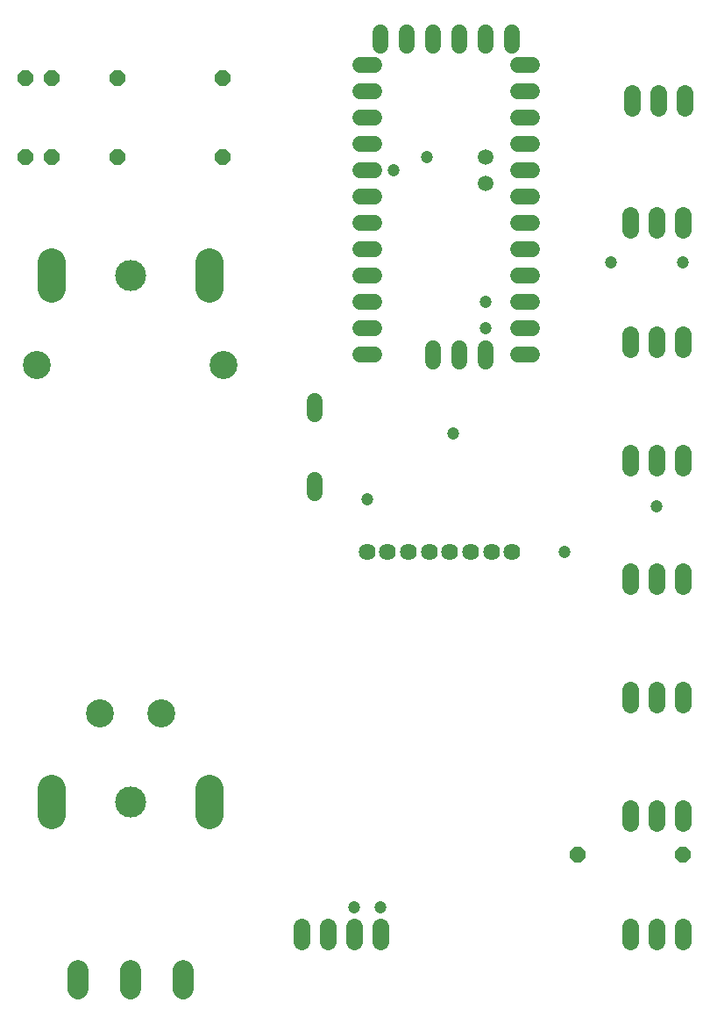
<source format=gbr>
G04 EAGLE Gerber RS-274X export*
G75*
%MOMM*%
%FSLAX34Y34*%
%LPD*%
%INSoldermask Top*%
%IPPOS*%
%AMOC8*
5,1,8,0,0,1.08239X$1,22.5*%
G01*
%ADD10C,2.743200*%
%ADD11C,2.997200*%
%ADD12C,1.625600*%
%ADD13P,1.649562X8X202.500000*%
%ADD14P,1.649562X8X22.500000*%
%ADD15C,1.524000*%
%ADD16C,1.511200*%
%ADD17C,1.511200*%
%ADD18R,1.511200X1.511200*%
%ADD19C,1.993900*%
%ADD20C,1.625600*%
%ADD21C,1.203200*%
%ADD22C,2.703200*%


D10*
X101600Y190500D02*
X101600Y215900D01*
X254000Y215900D02*
X254000Y190500D01*
D11*
X177800Y203200D03*
D10*
X254000Y698500D02*
X254000Y723900D01*
X101600Y723900D02*
X101600Y698500D01*
D11*
X177800Y711200D03*
D12*
X662305Y873633D02*
X662305Y887857D01*
X687705Y887857D02*
X687705Y873633D01*
X713105Y873633D02*
X713105Y887857D01*
X660400Y769747D02*
X660400Y755523D01*
X685800Y755523D02*
X685800Y769747D01*
X711200Y769747D02*
X711200Y755523D01*
X660400Y654812D02*
X660400Y640588D01*
X685800Y640588D02*
X685800Y654812D01*
X711200Y654812D02*
X711200Y640588D01*
X660400Y540512D02*
X660400Y526288D01*
X685800Y526288D02*
X685800Y540512D01*
X711200Y540512D02*
X711200Y526288D01*
X660400Y426212D02*
X660400Y411988D01*
X685800Y411988D02*
X685800Y426212D01*
X711200Y426212D02*
X711200Y411988D01*
X660400Y311912D02*
X660400Y297688D01*
X685800Y297688D02*
X685800Y311912D01*
X711200Y311912D02*
X711200Y297688D01*
X660400Y197612D02*
X660400Y183388D01*
X685800Y183388D02*
X685800Y197612D01*
X711200Y197612D02*
X711200Y183388D01*
X660400Y83312D02*
X660400Y69088D01*
X685800Y69088D02*
X685800Y83312D01*
X711200Y83312D02*
X711200Y69088D01*
X342900Y69088D02*
X342900Y83312D01*
X368300Y83312D02*
X368300Y69088D01*
X393700Y69088D02*
X393700Y83312D01*
X419100Y83312D02*
X419100Y69088D01*
D13*
X101600Y901700D03*
X76200Y901700D03*
X101600Y825500D03*
X76200Y825500D03*
D14*
X165100Y901700D03*
X266700Y901700D03*
X165100Y825500D03*
X266700Y825500D03*
X609600Y152400D03*
X711200Y152400D03*
D15*
X355600Y501396D02*
X355600Y514604D01*
X355600Y577596D02*
X355600Y590804D01*
D16*
X419100Y933260D02*
X419100Y946340D01*
X444500Y946340D02*
X444500Y933260D01*
X469900Y933260D02*
X469900Y946340D01*
X495300Y946340D02*
X495300Y933260D01*
X520700Y933260D02*
X520700Y946340D01*
X546100Y946340D02*
X546100Y933260D01*
X412940Y914400D02*
X399860Y914400D01*
X399860Y889000D02*
X412940Y889000D01*
X412940Y863600D02*
X399860Y863600D01*
X399860Y838200D02*
X412940Y838200D01*
X412940Y812800D02*
X399860Y812800D01*
X399860Y787400D02*
X412940Y787400D01*
X412940Y762000D02*
X399860Y762000D01*
X399860Y736600D02*
X412940Y736600D01*
X412940Y711200D02*
X399860Y711200D01*
X399860Y685800D02*
X412940Y685800D01*
X412940Y660400D02*
X399860Y660400D01*
X399860Y635000D02*
X412940Y635000D01*
X552260Y914400D02*
X565340Y914400D01*
X565340Y889000D02*
X552260Y889000D01*
X552260Y863600D02*
X565340Y863600D01*
X565340Y838200D02*
X552260Y838200D01*
X552260Y812800D02*
X565340Y812800D01*
X565340Y787400D02*
X552260Y787400D01*
X552260Y762000D02*
X565340Y762000D01*
X565340Y736600D02*
X552260Y736600D01*
X552260Y711200D02*
X565340Y711200D01*
X565340Y685800D02*
X552260Y685800D01*
X552260Y660400D02*
X565340Y660400D01*
X565340Y635000D02*
X552260Y635000D01*
X520700Y641540D02*
X520700Y628460D01*
X495300Y628460D02*
X495300Y641540D01*
X469900Y641540D02*
X469900Y628460D01*
D17*
X520700Y825500D03*
X520700Y800100D03*
D18*
X207100Y288700D03*
X148100Y288700D03*
X87100Y624700D03*
X267100Y624700D03*
D19*
X127000Y40704D02*
X127000Y22797D01*
X177800Y22797D02*
X177800Y40704D01*
X228600Y40704D02*
X228600Y22797D01*
D20*
X546250Y444500D03*
X526250Y444500D03*
X506250Y444500D03*
X486250Y444500D03*
X466250Y444500D03*
X446250Y444500D03*
X426250Y444500D03*
X406250Y444500D03*
D21*
X596900Y444500D03*
X685800Y488950D03*
X641350Y723900D03*
X711200Y723900D03*
X393700Y101600D03*
D22*
X147955Y288925D03*
X207010Y288925D03*
X86995Y624840D03*
X267335Y624840D03*
D21*
X419100Y101600D03*
X463550Y825500D03*
X431800Y812800D03*
X406400Y495300D03*
X520700Y660400D03*
X520700Y685800D03*
X488950Y558800D03*
M02*

</source>
